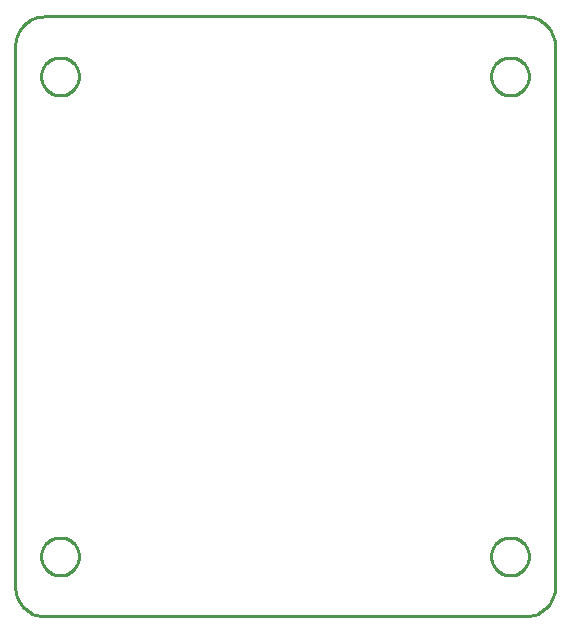
<source format=gbr>
G04 EAGLE Gerber RS-274X export*
G75*
%MOMM*%
%FSLAX34Y34*%
%LPD*%
%IN*%
%IPPOS*%
%AMOC8*
5,1,8,0,0,1.08239X$1,22.5*%
G01*
%ADD10C,0.254000*%


D10*
X-228600Y-228600D02*
X-228503Y-230814D01*
X-228214Y-233011D01*
X-227735Y-235174D01*
X-227068Y-237287D01*
X-226220Y-239335D01*
X-225197Y-241300D01*
X-224006Y-243169D01*
X-222658Y-244927D01*
X-221161Y-246561D01*
X-219527Y-248058D01*
X-217769Y-249406D01*
X-215900Y-250597D01*
X-213935Y-251620D01*
X-211887Y-252468D01*
X-209774Y-253135D01*
X-207611Y-253614D01*
X-205414Y-253903D01*
X-203200Y-254000D01*
X203200Y-254000D01*
X205414Y-253903D01*
X207611Y-253614D01*
X209774Y-253135D01*
X211887Y-252468D01*
X213935Y-251620D01*
X215900Y-250597D01*
X217769Y-249406D01*
X219527Y-248058D01*
X221161Y-246561D01*
X222658Y-244927D01*
X224006Y-243169D01*
X225197Y-241300D01*
X226220Y-239335D01*
X227068Y-237287D01*
X227735Y-235174D01*
X228214Y-233011D01*
X228503Y-230814D01*
X228600Y-228600D01*
X228600Y228600D01*
X228503Y230814D01*
X228214Y233011D01*
X227735Y235174D01*
X227068Y237287D01*
X226220Y239335D01*
X225197Y241300D01*
X224006Y243169D01*
X222658Y244927D01*
X221161Y246561D01*
X219527Y248058D01*
X217769Y249406D01*
X215900Y250597D01*
X213935Y251620D01*
X211887Y252468D01*
X209774Y253135D01*
X207611Y253614D01*
X205414Y253903D01*
X203200Y254000D01*
X-203200Y254000D01*
X-205414Y253903D01*
X-207611Y253614D01*
X-209774Y253135D01*
X-211887Y252468D01*
X-213935Y251620D01*
X-215900Y250597D01*
X-217769Y249406D01*
X-219527Y248058D01*
X-221161Y246561D01*
X-222658Y244927D01*
X-224006Y243169D01*
X-225197Y241300D01*
X-226220Y239335D01*
X-227068Y237287D01*
X-227735Y235174D01*
X-228214Y233011D01*
X-228503Y230814D01*
X-228600Y228600D01*
X-228600Y-228600D01*
X-174500Y202676D02*
X-174569Y201631D01*
X-174705Y200592D01*
X-174910Y199565D01*
X-175181Y198553D01*
X-175517Y197561D01*
X-175918Y196593D01*
X-176382Y195654D01*
X-176906Y194746D01*
X-177488Y193875D01*
X-178125Y193044D01*
X-178816Y192257D01*
X-179557Y191516D01*
X-180344Y190825D01*
X-181175Y190188D01*
X-182046Y189606D01*
X-182954Y189082D01*
X-183893Y188618D01*
X-184861Y188217D01*
X-185853Y187881D01*
X-186865Y187610D01*
X-187892Y187405D01*
X-188931Y187269D01*
X-189976Y187200D01*
X-191024Y187200D01*
X-192069Y187269D01*
X-193108Y187405D01*
X-194135Y187610D01*
X-195147Y187881D01*
X-196139Y188217D01*
X-197107Y188618D01*
X-198046Y189082D01*
X-198954Y189606D01*
X-199825Y190188D01*
X-200656Y190825D01*
X-201443Y191516D01*
X-202184Y192257D01*
X-202875Y193044D01*
X-203513Y193875D01*
X-204095Y194746D01*
X-204618Y195654D01*
X-205082Y196593D01*
X-205483Y197561D01*
X-205819Y198553D01*
X-206090Y199565D01*
X-206295Y200592D01*
X-206432Y201631D01*
X-206500Y202676D01*
X-206500Y203724D01*
X-206432Y204769D01*
X-206295Y205808D01*
X-206090Y206835D01*
X-205819Y207847D01*
X-205483Y208839D01*
X-205082Y209807D01*
X-204618Y210746D01*
X-204095Y211654D01*
X-203513Y212525D01*
X-202875Y213356D01*
X-202184Y214143D01*
X-201443Y214884D01*
X-200656Y215575D01*
X-199825Y216213D01*
X-198954Y216795D01*
X-198046Y217318D01*
X-197107Y217782D01*
X-196139Y218183D01*
X-195147Y218519D01*
X-194135Y218790D01*
X-193108Y218995D01*
X-192069Y219132D01*
X-191024Y219200D01*
X-189976Y219200D01*
X-188931Y219132D01*
X-187892Y218995D01*
X-186865Y218790D01*
X-185853Y218519D01*
X-184861Y218183D01*
X-183893Y217782D01*
X-182954Y217318D01*
X-182046Y216795D01*
X-181175Y216213D01*
X-180344Y215575D01*
X-179557Y214884D01*
X-178816Y214143D01*
X-178125Y213356D01*
X-177488Y212525D01*
X-176906Y211654D01*
X-176382Y210746D01*
X-175918Y209807D01*
X-175517Y208839D01*
X-175181Y207847D01*
X-174910Y206835D01*
X-174705Y205808D01*
X-174569Y204769D01*
X-174500Y203724D01*
X-174500Y202676D01*
X-174500Y-203724D02*
X-174569Y-204769D01*
X-174705Y-205808D01*
X-174910Y-206835D01*
X-175181Y-207847D01*
X-175517Y-208839D01*
X-175918Y-209807D01*
X-176382Y-210746D01*
X-176906Y-211654D01*
X-177488Y-212525D01*
X-178125Y-213356D01*
X-178816Y-214143D01*
X-179557Y-214884D01*
X-180344Y-215575D01*
X-181175Y-216213D01*
X-182046Y-216795D01*
X-182954Y-217318D01*
X-183893Y-217782D01*
X-184861Y-218183D01*
X-185853Y-218519D01*
X-186865Y-218790D01*
X-187892Y-218995D01*
X-188931Y-219132D01*
X-189976Y-219200D01*
X-191024Y-219200D01*
X-192069Y-219132D01*
X-193108Y-218995D01*
X-194135Y-218790D01*
X-195147Y-218519D01*
X-196139Y-218183D01*
X-197107Y-217782D01*
X-198046Y-217318D01*
X-198954Y-216795D01*
X-199825Y-216213D01*
X-200656Y-215575D01*
X-201443Y-214884D01*
X-202184Y-214143D01*
X-202875Y-213356D01*
X-203513Y-212525D01*
X-204095Y-211654D01*
X-204618Y-210746D01*
X-205082Y-209807D01*
X-205483Y-208839D01*
X-205819Y-207847D01*
X-206090Y-206835D01*
X-206295Y-205808D01*
X-206432Y-204769D01*
X-206500Y-203724D01*
X-206500Y-202676D01*
X-206432Y-201631D01*
X-206295Y-200592D01*
X-206090Y-199565D01*
X-205819Y-198553D01*
X-205483Y-197561D01*
X-205082Y-196593D01*
X-204618Y-195654D01*
X-204095Y-194746D01*
X-203513Y-193875D01*
X-202875Y-193044D01*
X-202184Y-192257D01*
X-201443Y-191516D01*
X-200656Y-190825D01*
X-199825Y-190188D01*
X-198954Y-189606D01*
X-198046Y-189082D01*
X-197107Y-188618D01*
X-196139Y-188217D01*
X-195147Y-187881D01*
X-194135Y-187610D01*
X-193108Y-187405D01*
X-192069Y-187269D01*
X-191024Y-187200D01*
X-189976Y-187200D01*
X-188931Y-187269D01*
X-187892Y-187405D01*
X-186865Y-187610D01*
X-185853Y-187881D01*
X-184861Y-188217D01*
X-183893Y-188618D01*
X-182954Y-189082D01*
X-182046Y-189606D01*
X-181175Y-190188D01*
X-180344Y-190825D01*
X-179557Y-191516D01*
X-178816Y-192257D01*
X-178125Y-193044D01*
X-177488Y-193875D01*
X-176906Y-194746D01*
X-176382Y-195654D01*
X-175918Y-196593D01*
X-175517Y-197561D01*
X-175181Y-198553D01*
X-174910Y-199565D01*
X-174705Y-200592D01*
X-174569Y-201631D01*
X-174500Y-202676D01*
X-174500Y-203724D01*
X206500Y202676D02*
X206432Y201631D01*
X206295Y200592D01*
X206090Y199565D01*
X205819Y198553D01*
X205483Y197561D01*
X205082Y196593D01*
X204618Y195654D01*
X204095Y194746D01*
X203513Y193875D01*
X202875Y193044D01*
X202184Y192257D01*
X201443Y191516D01*
X200656Y190825D01*
X199825Y190188D01*
X198954Y189606D01*
X198046Y189082D01*
X197107Y188618D01*
X196139Y188217D01*
X195147Y187881D01*
X194135Y187610D01*
X193108Y187405D01*
X192069Y187269D01*
X191024Y187200D01*
X189976Y187200D01*
X188931Y187269D01*
X187892Y187405D01*
X186865Y187610D01*
X185853Y187881D01*
X184861Y188217D01*
X183893Y188618D01*
X182954Y189082D01*
X182046Y189606D01*
X181175Y190188D01*
X180344Y190825D01*
X179557Y191516D01*
X178816Y192257D01*
X178125Y193044D01*
X177488Y193875D01*
X176906Y194746D01*
X176382Y195654D01*
X175918Y196593D01*
X175517Y197561D01*
X175181Y198553D01*
X174910Y199565D01*
X174705Y200592D01*
X174569Y201631D01*
X174500Y202676D01*
X174500Y203724D01*
X174569Y204769D01*
X174705Y205808D01*
X174910Y206835D01*
X175181Y207847D01*
X175517Y208839D01*
X175918Y209807D01*
X176382Y210746D01*
X176906Y211654D01*
X177488Y212525D01*
X178125Y213356D01*
X178816Y214143D01*
X179557Y214884D01*
X180344Y215575D01*
X181175Y216213D01*
X182046Y216795D01*
X182954Y217318D01*
X183893Y217782D01*
X184861Y218183D01*
X185853Y218519D01*
X186865Y218790D01*
X187892Y218995D01*
X188931Y219132D01*
X189976Y219200D01*
X191024Y219200D01*
X192069Y219132D01*
X193108Y218995D01*
X194135Y218790D01*
X195147Y218519D01*
X196139Y218183D01*
X197107Y217782D01*
X198046Y217318D01*
X198954Y216795D01*
X199825Y216213D01*
X200656Y215575D01*
X201443Y214884D01*
X202184Y214143D01*
X202875Y213356D01*
X203513Y212525D01*
X204095Y211654D01*
X204618Y210746D01*
X205082Y209807D01*
X205483Y208839D01*
X205819Y207847D01*
X206090Y206835D01*
X206295Y205808D01*
X206432Y204769D01*
X206500Y203724D01*
X206500Y202676D01*
X206500Y-203724D02*
X206432Y-204769D01*
X206295Y-205808D01*
X206090Y-206835D01*
X205819Y-207847D01*
X205483Y-208839D01*
X205082Y-209807D01*
X204618Y-210746D01*
X204095Y-211654D01*
X203513Y-212525D01*
X202875Y-213356D01*
X202184Y-214143D01*
X201443Y-214884D01*
X200656Y-215575D01*
X199825Y-216213D01*
X198954Y-216795D01*
X198046Y-217318D01*
X197107Y-217782D01*
X196139Y-218183D01*
X195147Y-218519D01*
X194135Y-218790D01*
X193108Y-218995D01*
X192069Y-219132D01*
X191024Y-219200D01*
X189976Y-219200D01*
X188931Y-219132D01*
X187892Y-218995D01*
X186865Y-218790D01*
X185853Y-218519D01*
X184861Y-218183D01*
X183893Y-217782D01*
X182954Y-217318D01*
X182046Y-216795D01*
X181175Y-216213D01*
X180344Y-215575D01*
X179557Y-214884D01*
X178816Y-214143D01*
X178125Y-213356D01*
X177488Y-212525D01*
X176906Y-211654D01*
X176382Y-210746D01*
X175918Y-209807D01*
X175517Y-208839D01*
X175181Y-207847D01*
X174910Y-206835D01*
X174705Y-205808D01*
X174569Y-204769D01*
X174500Y-203724D01*
X174500Y-202676D01*
X174569Y-201631D01*
X174705Y-200592D01*
X174910Y-199565D01*
X175181Y-198553D01*
X175517Y-197561D01*
X175918Y-196593D01*
X176382Y-195654D01*
X176906Y-194746D01*
X177488Y-193875D01*
X178125Y-193044D01*
X178816Y-192257D01*
X179557Y-191516D01*
X180344Y-190825D01*
X181175Y-190188D01*
X182046Y-189606D01*
X182954Y-189082D01*
X183893Y-188618D01*
X184861Y-188217D01*
X185853Y-187881D01*
X186865Y-187610D01*
X187892Y-187405D01*
X188931Y-187269D01*
X189976Y-187200D01*
X191024Y-187200D01*
X192069Y-187269D01*
X193108Y-187405D01*
X194135Y-187610D01*
X195147Y-187881D01*
X196139Y-188217D01*
X197107Y-188618D01*
X198046Y-189082D01*
X198954Y-189606D01*
X199825Y-190188D01*
X200656Y-190825D01*
X201443Y-191516D01*
X202184Y-192257D01*
X202875Y-193044D01*
X203513Y-193875D01*
X204095Y-194746D01*
X204618Y-195654D01*
X205082Y-196593D01*
X205483Y-197561D01*
X205819Y-198553D01*
X206090Y-199565D01*
X206295Y-200592D01*
X206432Y-201631D01*
X206500Y-202676D01*
X206500Y-203724D01*
M02*

</source>
